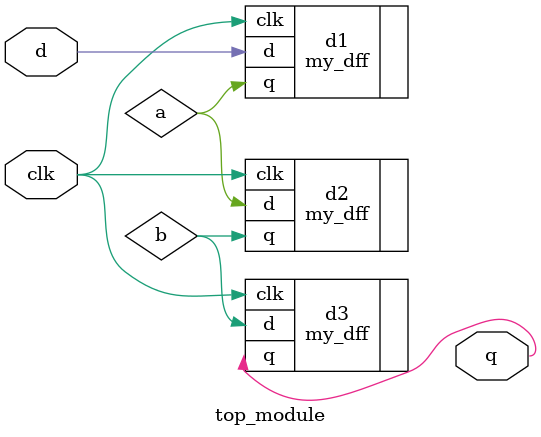
<source format=v>
module top_module ( input clk, input d, output q );
    
	// Create two wires. I called them a and b.
    wire a, b;
	// Create three instances of my_dff, with three different instance names (d1, d2, and d3).
	// Connect ports by position: ( input clk, input d, output q)	
    my_dff d1( .clk(clk), .d(d), .q(a));
    my_dff d2( .clk(clk), .d(a), .q(b));
    my_dff d3( .clk(clk), .d(b), .q(q));
    
endmodule
</source>
